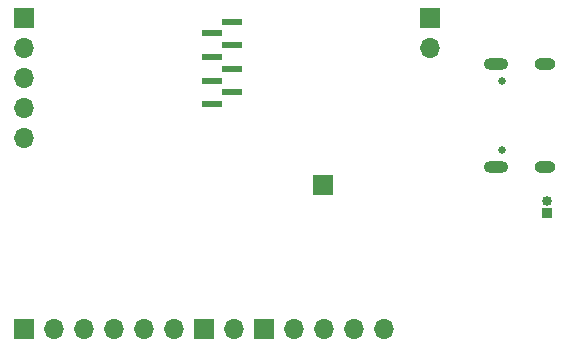
<source format=gbr>
%TF.GenerationSoftware,KiCad,Pcbnew,(5.99.0-9526-g5c17ff0595)*%
%TF.CreationDate,2021-04-11T22:42:19-05:00*%
%TF.ProjectId,E73_Devboard,4537335f-4465-4766-926f-6172642e6b69,rev?*%
%TF.SameCoordinates,Original*%
%TF.FileFunction,Soldermask,Bot*%
%TF.FilePolarity,Negative*%
%FSLAX46Y46*%
G04 Gerber Fmt 4.6, Leading zero omitted, Abs format (unit mm)*
G04 Created by KiCad (PCBNEW (5.99.0-9526-g5c17ff0595)) date 2021-04-11 22:42:19*
%MOMM*%
%LPD*%
G01*
G04 APERTURE LIST*
%ADD10R,1.750000X0.600000*%
%ADD11C,0.650000*%
%ADD12O,1.800000X1.000000*%
%ADD13O,2.100000X1.000000*%
%ADD14O,1.700000X1.700000*%
%ADD15R,1.700000X1.700000*%
%ADD16O,0.850000X0.850000*%
%ADD17R,0.850000X0.850000*%
G04 APERTURE END LIST*
D10*
%TO.C,J8*%
X146550000Y-67600000D03*
X146550000Y-69600000D03*
X146550000Y-71600000D03*
X146550000Y-73600000D03*
X144800000Y-68600000D03*
X144800000Y-70600000D03*
X144800000Y-72600000D03*
X144800000Y-74600000D03*
%TD*%
D11*
%TO.C,P1*%
X169412500Y-78440000D03*
X169412500Y-72660000D03*
D12*
X173062500Y-71230000D03*
X173062500Y-79870000D03*
D13*
X168912500Y-71230000D03*
X168912500Y-79870000D03*
%TD*%
D14*
%TO.C,J7*%
X141580000Y-93600000D03*
X139040000Y-93600000D03*
X136500000Y-93600000D03*
X133960000Y-93600000D03*
X131420000Y-93600000D03*
D15*
X128880000Y-93600000D03*
%TD*%
D14*
%TO.C,J6*%
X146665000Y-93600000D03*
D15*
X144125000Y-93600000D03*
%TD*%
D14*
%TO.C,J5*%
X128900000Y-77480000D03*
X128900000Y-74940000D03*
X128900000Y-72400000D03*
X128900000Y-69860000D03*
D15*
X128900000Y-67320000D03*
%TD*%
%TO.C,J4*%
X154200000Y-81400000D03*
%TD*%
D14*
%TO.C,J3*%
X163300000Y-69840000D03*
D15*
X163300000Y-67300000D03*
%TD*%
D16*
%TO.C,J2*%
X173200000Y-82800000D03*
D17*
X173200000Y-83800000D03*
%TD*%
D14*
%TO.C,J1*%
X159365000Y-93600000D03*
X156825000Y-93600000D03*
X154285000Y-93600000D03*
X151745000Y-93600000D03*
D15*
X149205000Y-93600000D03*
%TD*%
M02*

</source>
